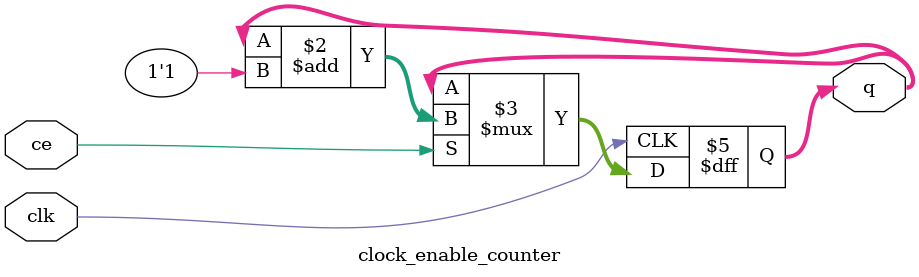
<source format=sv>
module clock_enable_counter #(
    parameter SIZE = 8
) (
    input clk,
    input ce,
    output reg [SIZE-1:0] q
);

    always @(posedge clk) begin
        if (ce) begin
            q <= q + 1'b1;
        end
    end

endmodule

</source>
